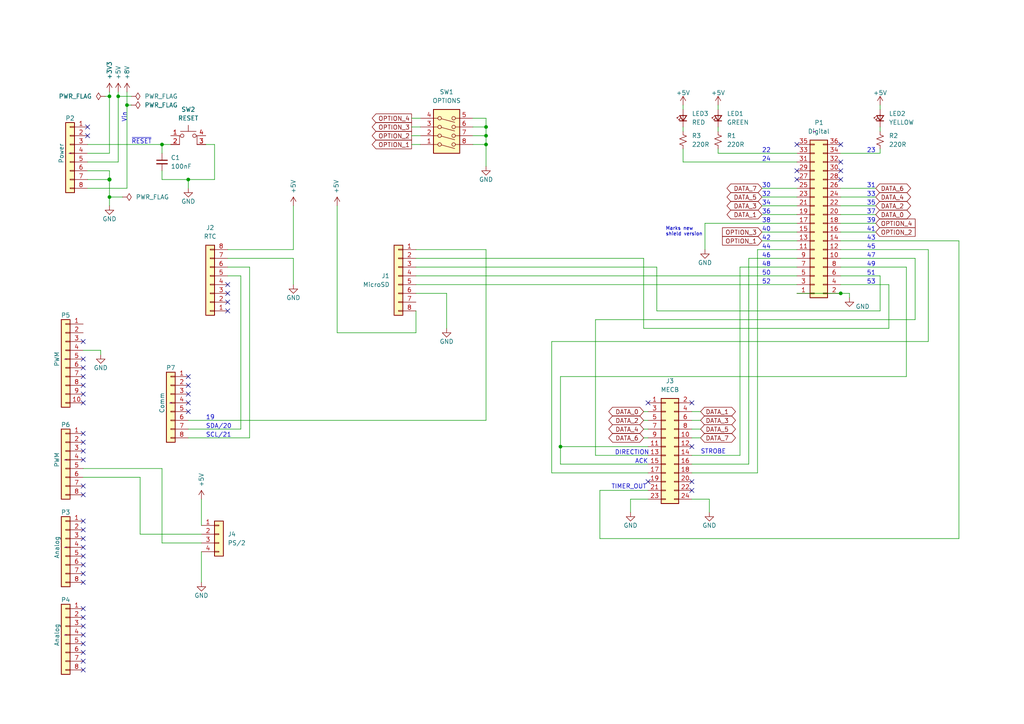
<source format=kicad_sch>
(kicad_sch (version 20231120) (generator "eeschema") (generator_version "8.0")
  (paper "A4")
  (title_block (title "MECB SD Shield rev. 1") (date "2023-10-12") (rev "1"))
  (lib_symbols
    (symbol "Connector_Generic:Conn_01x04" (pin_names (offset 1.016) hide)
      (property "Reference" "J" (at 0 5.08 0))
      (property "Value" "Conn_01x04" (at 0 -7.62 0))
      (symbol "Conn_01x04_1_1"
        (rectangle (start -1.27 -4.953) (end 0 -5.207) (stroke (width 0.1524)))
        (rectangle (start -1.27 -2.413) (end 0 -2.667) (stroke (width 0.1524)))
        (rectangle (start -1.27 0.127) (end 0 -0.127) (stroke (width 0.1524)))
        (rectangle (start -1.27 2.667) (end 0 2.413) (stroke (width 0.1524)))
        (rectangle (start -1.27 3.81) (end 1.27 -6.35) (stroke (width 0.254)) (fill (type background)))
        (pin passive line (at -5.08 2.54 0) (length 3.81) (name "Pin_1") (number "1"))
        (pin passive line (at -5.08 0 0) (length 3.81) (name "Pin_2") (number "2"))
        (pin passive line (at -5.08 -2.54 0) (length 3.81) (name "Pin_3") (number "3"))
        (pin passive line (at -5.08 -5.08 0) (length 3.81) (name "Pin_4") (number "4"))
      )
    )
    (symbol "Connector_Generic:Conn_01x08" (pin_names (offset 1.016) hide)
      (property "Reference" "J" (at 0 10.16 0))
      (property "Value" "Conn_01x08" (at 0 -12.7 0))
      (symbol "Conn_01x08_1_1"
        (rectangle (start -1.27 -10.033) (end 0 -10.287) (stroke (width 0.1524)))
        (rectangle (start -1.27 -7.493) (end 0 -7.747) (stroke (width 0.1524)))
        (rectangle (start -1.27 -4.953) (end 0 -5.207) (stroke (width 0.1524)))
        (rectangle (start -1.27 -2.413) (end 0 -2.667) (stroke (width 0.1524)))
        (rectangle (start -1.27 0.127) (end 0 -0.127) (stroke (width 0.1524)))
        (rectangle (start -1.27 2.667) (end 0 2.413) (stroke (width 0.1524)))
        (rectangle (start -1.27 5.207) (end 0 4.953) (stroke (width 0.1524)))
        (rectangle (start -1.27 7.747) (end 0 7.493) (stroke (width 0.1524)))
        (rectangle (start -1.27 8.89) (end 1.27 -11.43) (stroke (width 0.254)) (fill (type background)))
        (pin passive line (at -5.08 7.62 0) (length 3.81) (name "Pin_1") (number "1"))
        (pin passive line (at -5.08 5.08 0) (length 3.81) (name "Pin_2") (number "2"))
        (pin passive line (at -5.08 2.54 0) (length 3.81) (name "Pin_3") (number "3"))
        (pin passive line (at -5.08 0 0) (length 3.81) (name "Pin_4") (number "4"))
        (pin passive line (at -5.08 -2.54 0) (length 3.81) (name "Pin_5") (number "5"))
        (pin passive line (at -5.08 -5.08 0) (length 3.81) (name "Pin_6") (number "6"))
        (pin passive line (at -5.08 -7.62 0) (length 3.81) (name "Pin_7") (number "7"))
        (pin passive line (at -5.08 -10.16 0) (length 3.81) (name "Pin_8") (number "8"))
      )
    )
    (symbol "Connector_Generic:Conn_01x10" (pin_names (offset 1.016) hide)
      (property "Reference" "J" (at 0 12.7 0))
      (property "Value" "Conn_01x10" (at 0 -15.24 0))
      (symbol "Conn_01x10_1_1"
        (rectangle (start -1.27 -12.573) (end 0 -12.827) (stroke (width 0.1524)))
        (rectangle (start -1.27 -10.033) (end 0 -10.287) (stroke (width 0.1524)))
        (rectangle (start -1.27 -7.493) (end 0 -7.747) (stroke (width 0.1524)))
        (rectangle (start -1.27 -4.953) (end 0 -5.207) (stroke (width 0.1524)))
        (rectangle (start -1.27 -2.413) (end 0 -2.667) (stroke (width 0.1524)))
        (rectangle (start -1.27 0.127) (end 0 -0.127) (stroke (width 0.1524)))
        (rectangle (start -1.27 2.667) (end 0 2.413) (stroke (width 0.1524)))
        (rectangle (start -1.27 5.207) (end 0 4.953) (stroke (width 0.1524)))
        (rectangle (start -1.27 7.747) (end 0 7.493) (stroke (width 0.1524)))
        (rectangle (start -1.27 10.287) (end 0 10.033) (stroke (width 0.1524)))
        (rectangle (start -1.27 11.43) (end 1.27 -13.97) (stroke (width 0.254)) (fill (type background)))
        (pin passive line (at -5.08 10.16 0) (length 3.81) (name "Pin_1") (number "1"))
        (pin passive line (at -5.08 -12.7 0) (length 3.81) (name "Pin_10") (number "10"))
        (pin passive line (at -5.08 7.62 0) (length 3.81) (name "Pin_2") (number "2"))
        (pin passive line (at -5.08 5.08 0) (length 3.81) (name "Pin_3") (number "3"))
        (pin passive line (at -5.08 2.54 0) (length 3.81) (name "Pin_4") (number "4"))
        (pin passive line (at -5.08 0 0) (length 3.81) (name "Pin_5") (number "5"))
        (pin passive line (at -5.08 -2.54 0) (length 3.81) (name "Pin_6") (number "6"))
        (pin passive line (at -5.08 -5.08 0) (length 3.81) (name "Pin_7") (number "7"))
        (pin passive line (at -5.08 -7.62 0) (length 3.81) (name "Pin_8") (number "8"))
        (pin passive line (at -5.08 -10.16 0) (length 3.81) (name "Pin_9") (number "9"))
      )
    )
    (symbol "Connector_Generic:Conn_02x12_Odd_Even" (pin_names (offset 1.016) hide)
      (property "Reference" "J" (at 1.27 15.24 0))
      (property "Value" "Conn_02x12_Odd_Even" (at 1.27 -17.78 0))
      (symbol "Conn_02x12_Odd_Even_1_1"
        (rectangle (start -1.27 -15.113) (end 0 -15.367) (stroke (width 0.1524)))
        (rectangle (start -1.27 -12.573) (end 0 -12.827) (stroke (width 0.1524)))
        (rectangle (start -1.27 -10.033) (end 0 -10.287) (stroke (width 0.1524)))
        (rectangle (start -1.27 -7.493) (end 0 -7.747) (stroke (width 0.1524)))
        (rectangle (start -1.27 -4.953) (end 0 -5.207) (stroke (width 0.1524)))
        (rectangle (start -1.27 -2.413) (end 0 -2.667) (stroke (width 0.1524)))
        (rectangle (start -1.27 0.127) (end 0 -0.127) (stroke (width 0.1524)))
        (rectangle (start -1.27 2.667) (end 0 2.413) (stroke (width 0.1524)))
        (rectangle (start -1.27 5.207) (end 0 4.953) (stroke (width 0.1524)))
        (rectangle (start -1.27 7.747) (end 0 7.493) (stroke (width 0.1524)))
        (rectangle (start -1.27 10.287) (end 0 10.033) (stroke (width 0.1524)))
        (rectangle (start -1.27 12.827) (end 0 12.573) (stroke (width 0.1524)))
        (rectangle (start -1.27 13.97) (end 3.81 -16.51) (stroke (width 0.254)) (fill (type background)))
        (rectangle (start 3.81 -15.113) (end 2.54 -15.367) (stroke (width 0.1524)))
        (rectangle (start 3.81 -12.573) (end 2.54 -12.827) (stroke (width 0.1524)))
        (rectangle (start 3.81 -10.033) (end 2.54 -10.287) (stroke (width 0.1524)))
        (rectangle (start 3.81 -7.493) (end 2.54 -7.747) (stroke (width 0.1524)))
        (rectangle (start 3.81 -4.953) (end 2.54 -5.207) (stroke (width 0.1524)))
        (rectangle (start 3.81 -2.413) (end 2.54 -2.667) (stroke (width 0.1524)))
        (rectangle (start 3.81 0.127) (end 2.54 -0.127) (stroke (width 0.1524)))
        (rectangle (start 3.81 2.667) (end 2.54 2.413) (stroke (width 0.1524)))
        (rectangle (start 3.81 5.207) (end 2.54 4.953) (stroke (width 0.1524)))
        (rectangle (start 3.81 7.747) (end 2.54 7.493) (stroke (width 0.1524)))
        (rectangle (start 3.81 10.287) (end 2.54 10.033) (stroke (width 0.1524)))
        (rectangle (start 3.81 12.827) (end 2.54 12.573) (stroke (width 0.1524)))
        (pin passive line (at -5.08 12.7 0) (length 3.81) (name "Pin_1") (number "1"))
        (pin passive line (at 7.62 2.54 180) (length 3.81) (name "Pin_10") (number "10"))
        (pin passive line (at -5.08 0 0) (length 3.81) (name "Pin_11") (number "11"))
        (pin passive line (at 7.62 0 180) (length 3.81) (name "Pin_12") (number "12"))
        (pin passive line (at -5.08 -2.54 0) (length 3.81) (name "Pin_13") (number "13"))
        (pin passive line (at 7.62 -2.54 180) (length 3.81) (name "Pin_14") (number "14"))
        (pin passive line (at -5.08 -5.08 0) (length 3.81) (name "Pin_15") (number "15"))
        (pin passive line (at 7.62 -5.08 180) (length 3.81) (name "Pin_16") (number "16"))
        (pin passive line (at -5.08 -7.62 0) (length 3.81) (name "Pin_17") (number "17"))
        (pin passive line (at 7.62 -7.62 180) (length 3.81) (name "Pin_18") (number "18"))
        (pin passive line (at -5.08 -10.16 0) (length 3.81) (name "Pin_19") (number "19"))
        (pin passive line (at 7.62 12.7 180) (length 3.81) (name "Pin_2") (number "2"))
        (pin passive line (at 7.62 -10.16 180) (length 3.81) (name "Pin_20") (number "20"))
        (pin passive line (at -5.08 -12.7 0) (length 3.81) (name "Pin_21") (number "21"))
        (pin passive line (at 7.62 -12.7 180) (length 3.81) (name "Pin_22") (number "22"))
        (pin passive line (at -5.08 -15.24 0) (length 3.81) (name "Pin_23") (number "23"))
        (pin passive line (at 7.62 -15.24 180) (length 3.81) (name "Pin_24") (number "24"))
        (pin passive line (at -5.08 10.16 0) (length 3.81) (name "Pin_3") (number "3"))
        (pin passive line (at 7.62 10.16 180) (length 3.81) (name "Pin_4") (number "4"))
        (pin passive line (at -5.08 7.62 0) (length 3.81) (name "Pin_5") (number "5"))
        (pin passive line (at 7.62 7.62 180) (length 3.81) (name "Pin_6") (number "6"))
        (pin passive line (at -5.08 5.08 0) (length 3.81) (name "Pin_7") (number "7"))
        (pin passive line (at 7.62 5.08 180) (length 3.81) (name "Pin_8") (number "8"))
        (pin passive line (at -5.08 2.54 0) (length 3.81) (name "Pin_9") (number "9"))
      )
    )
    (symbol "Connector_Generic:Conn_02x18_Odd_Even" (pin_names (offset 1.016) hide)
      (property "Reference" "J" (at 1.27 22.86 0))
      (property "Value" "Conn_02x18_Odd_Even" (at 1.27 -25.4 0))
      (symbol "Conn_02x18_Odd_Even_1_1"
        (rectangle (start -1.27 -22.733) (end 0 -22.987) (stroke (width 0.1524)))
        (rectangle (start -1.27 -20.193) (end 0 -20.447) (stroke (width 0.1524)))
        (rectangle (start -1.27 -17.653) (end 0 -17.907) (stroke (width 0.1524)))
        (rectangle (start -1.27 -15.113) (end 0 -15.367) (stroke (width 0.1524)))
        (rectangle (start -1.27 -12.573) (end 0 -12.827) (stroke (width 0.1524)))
        (rectangle (start -1.27 -10.033) (end 0 -10.287) (stroke (width 0.1524)))
        (rectangle (start -1.27 -7.493) (end 0 -7.747) (stroke (width 0.1524)))
        (rectangle (start -1.27 -4.953) (end 0 -5.207) (stroke (width 0.1524)))
        (rectangle (start -1.27 -2.413) (end 0 -2.667) (stroke (width 0.1524)))
        (rectangle (start -1.27 0.127) (end 0 -0.127) (stroke (width 0.1524)))
        (rectangle (start -1.27 2.667) (end 0 2.413) (stroke (width 0.1524)))
        (rectangle (start -1.27 5.207) (end 0 4.953) (stroke (width 0.1524)))
        (rectangle (start -1.27 7.747) (end 0 7.493) (stroke (width 0.1524)))
        (rectangle (start -1.27 10.287) (end 0 10.033) (stroke (width 0.1524)))
        (rectangle (start -1.27 12.827) (end 0 12.573) (stroke (width 0.1524)))
        (rectangle (start -1.27 15.367) (end 0 15.113) (stroke (width 0.1524)))
        (rectangle (start -1.27 17.907) (end 0 17.653) (stroke (width 0.1524)))
        (rectangle (start -1.27 20.447) (end 0 20.193) (stroke (width 0.1524)))
        (rectangle (start -1.27 21.59) (end 3.81 -24.13) (stroke (width 0.254)) (fill (type background)))
        (rectangle (start 3.81 -22.733) (end 2.54 -22.987) (stroke (width 0.1524)))
        (rectangle (start 3.81 -20.193) (end 2.54 -20.447) (stroke (width 0.1524)))
        (rectangle (start 3.81 -17.653) (end 2.54 -17.907) (stroke (width 0.1524)))
        (rectangle (start 3.81 -15.113) (end 2.54 -15.367) (stroke (width 0.1524)))
        (rectangle (start 3.81 -12.573) (end 2.54 -12.827) (stroke (width 0.1524)))
        (rectangle (start 3.81 -10.033) (end 2.54 -10.287) (stroke (width 0.1524)))
        (rectangle (start 3.81 -7.493) (end 2.54 -7.747) (stroke (width 0.1524)))
        (rectangle (start 3.81 -4.953) (end 2.54 -5.207) (stroke (width 0.1524)))
        (rectangle (start 3.81 -2.413) (end 2.54 -2.667) (stroke (width 0.1524)))
        (rectangle (start 3.81 0.127) (end 2.54 -0.127) (stroke (width 0.1524)))
        (rectangle (start 3.81 2.667) (end 2.54 2.413) (stroke (width 0.1524)))
        (rectangle (start 3.81 5.207) (end 2.54 4.953) (stroke (width 0.1524)))
        (rectangle (start 3.81 7.747) (end 2.54 7.493) (stroke (width 0.1524)))
        (rectangle (start 3.81 10.287) (end 2.54 10.033) (stroke (width 0.1524)))
        (rectangle (start 3.81 12.827) (end 2.54 12.573) (stroke (width 0.1524)))
        (rectangle (start 3.81 15.367) (end 2.54 15.113) (stroke (width 0.1524)))
        (rectangle (start 3.81 17.907) (end 2.54 17.653) (stroke (width 0.1524)))
        (rectangle (start 3.81 20.447) (end 2.54 20.193) (stroke (width 0.1524)))
        (pin passive line (at -5.08 20.32 0) (length 3.81) (name "Pin_1") (number "1"))
        (pin passive line (at 7.62 10.16 180) (length 3.81) (name "Pin_10") (number "10"))
        (pin passive line (at -5.08 7.62 0) (length 3.81) (name "Pin_11") (number "11"))
        (pin passive line (at 7.62 7.62 180) (length 3.81) (name "Pin_12") (number "12"))
        (pin passive line (at -5.08 5.08 0) (length 3.81) (name "Pin_13") (number "13"))
        (pin passive line (at 7.62 5.08 180) (length 3.81) (name "Pin_14") (number "14"))
        (pin passive line (at -5.08 2.54 0) (length 3.81) (name "Pin_15") (number "15"))
        (pin passive line (at 7.62 2.54 180) (length 3.81) (name "Pin_16") (number "16"))
        (pin passive line (at -5.08 0 0) (length 3.81) (name "Pin_17") (number "17"))
        (pin passive line (at 7.62 0 180) (length 3.81) (name "Pin_18") (number "18"))
        (pin passive line (at -5.08 -2.54 0) (length 3.81) (name "Pin_19") (number "19"))
        (pin passive line (at 7.62 20.32 180) (length 3.81) (name "Pin_2") (number "2"))
        (pin passive line (at 7.62 -2.54 180) (length 3.81) (name "Pin_20") (number "20"))
        (pin passive line (at -5.08 -5.08 0) (length 3.81) (name "Pin_21") (number "21"))
        (pin passive line (at 7.62 -5.08 180) (length 3.81) (name "Pin_22") (number "22"))
        (pin passive line (at -5.08 -7.62 0) (length 3.81) (name "Pin_23") (number "23"))
        (pin passive line (at 7.62 -7.62 180) (length 3.81) (name "Pin_24") (number "24"))
        (pin passive line (at -5.08 -10.16 0) (length 3.81) (name "Pin_25") (number "25"))
        (pin passive line (at 7.62 -10.16 180) (length 3.81) (name "Pin_26") (number "26"))
        (pin passive line (at -5.08 -12.7 0) (length 3.81) (name "Pin_27") (number "27"))
        (pin passive line (at 7.62 -12.7 180) (length 3.81) (name "Pin_28") (number "28"))
        (pin passive line (at -5.08 -15.24 0) (length 3.81) (name "Pin_29") (number "29"))
        (pin passive line (at -5.08 17.78 0) (length 3.81) (name "Pin_3") (number "3"))
        (pin passive line (at 7.62 -15.24 180) (length 3.81) (name "Pin_30") (number "30"))
        (pin passive line (at -5.08 -17.78 0) (length 3.81) (name "Pin_31") (number "31"))
        (pin passive line (at 7.62 -17.78 180) (length 3.81) (name "Pin_32") (number "32"))
        (pin passive line (at -5.08 -20.32 0) (length 3.81) (name "Pin_33") (number "33"))
        (pin passive line (at 7.62 -20.32 180) (length 3.81) (name "Pin_34") (number "34"))
        (pin passive line (at -5.08 -22.86 0) (length 3.81) (name "Pin_35") (number "35"))
        (pin passive line (at 7.62 -22.86 180) (length 3.81) (name "Pin_36") (number "36"))
        (pin passive line (at 7.62 17.78 180) (length 3.81) (name "Pin_4") (number "4"))
        (pin passive line (at -5.08 15.24 0) (length 3.81) (name "Pin_5") (number "5"))
        (pin passive line (at 7.62 15.24 180) (length 3.81) (name "Pin_6") (number "6"))
        (pin passive line (at -5.08 12.7 0) (length 3.81) (name "Pin_7") (number "7"))
        (pin passive line (at 7.62 12.7 180) (length 3.81) (name "Pin_8") (number "8"))
        (pin passive line (at -5.08 10.16 0) (length 3.81) (name "Pin_9") (number "9"))
      )
    )
    (symbol "Device:C_Small" (pin_numbers hide) (pin_names (offset 0.254) hide)
      (property "Reference" "C" (at 0.254 1.778 0))
      (property "Value" "C_Small" (at 0.254 -2.032 0))
      (symbol "C_Small_0_1"
        (polyline (pts (xy -1.524 -0.508) (xy 1.524 -0.508)) (stroke (width 0.3302)))
        (polyline (pts (xy -1.524 0.508) (xy 1.524 0.508)) (stroke (width 0.3048)))
      )
      (symbol "C_Small_1_1"
        (pin passive line (at 0 2.54 270) (length 2.032) (name "~") (number "1"))
        (pin passive line (at 0 -2.54 90) (length 2.032) (name "~") (number "2"))
      )
    )
    (symbol "Device:LED_Small" (pin_numbers hide) (pin_names (offset 0.254) hide)
      (property "Reference" "D" (at -1.27 3.175 0))
      (property "Value" "LED_Small" (at -4.445 -2.54 0))
      (symbol "LED_Small_0_1"
        (polyline (pts (xy -0.762 -1.016) (xy -0.762 1.016)) (stroke (width 0.254)))
        (polyline (pts (xy 1.016 0) (xy -0.762 0)))
        (polyline (pts (xy 0.762 -1.016) (xy -0.762 0) (xy 0.762 1.016) (xy 0.762 -1.016)) (stroke (width 0.254)))
        (polyline (pts (xy 0 0.762) (xy -0.508 1.27) (xy -0.254 1.27) (xy -0.508 1.27) (xy -0.508 1.016)))
        (polyline (pts (xy 0.508 1.27) (xy 0 1.778) (xy 0.254 1.778) (xy 0 1.778) (xy 0 1.524)))
      )
      (symbol "LED_Small_1_1"
        (pin passive line (at -2.54 0 0) (length 1.778) (name "K") (number "1"))
        (pin passive line (at 2.54 0 180) (length 1.778) (name "A") (number "2"))
      )
    )
    (symbol "Device:R_Small_US" (pin_numbers hide) (pin_names (offset 0.254) hide)
      (property "Reference" "R" (at 0.762 0.508 0))
      (property "Value" "R_Small_US" (at 0.762 -1.016 0))
      (symbol "R_Small_US_1_1"
        (polyline (pts (xy 0 0) (xy 1.016 -0.381) (xy 0 -0.762) (xy -1.016 -1.143) (xy 0 -1.524)))
        (polyline (pts (xy 0 1.524) (xy 1.016 1.143) (xy 0 0.762) (xy -1.016 0.381) (xy 0 0)))
        (pin passive line (at 0 2.54 270) (length 1.016) (name "~") (number "1"))
        (pin passive line (at 0 -2.54 90) (length 1.016) (name "~") (number "2"))
      )
    )
    (symbol "Switch:SW_DIP_x04" (pin_names (offset 0) hide)
      (property "Reference" "SW" (at 0 8.89 0))
      (property "Value" "SW_DIP_x04" (at 0 -6.35 0))
      (symbol "SW_DIP_x04_0_0"
        (circle (center -2.032 -2.54) (radius 0.508))
        (circle (center -2.032 0) (radius 0.508))
        (circle (center -2.032 2.54) (radius 0.508))
        (circle (center -2.032 5.08) (radius 0.508))
        (polyline (pts (xy -1.524 -2.3876) (xy 2.3622 -1.3462)))
        (polyline (pts (xy -1.524 0.127) (xy 2.3622 1.1684)))
        (polyline (pts (xy -1.524 2.667) (xy 2.3622 3.7084)))
        (polyline (pts (xy -1.524 5.207) (xy 2.3622 6.2484)))
        (circle (center 2.032 -2.54) (radius 0.508))
        (circle (center 2.032 0) (radius 0.508))
        (circle (center 2.032 2.54) (radius 0.508))
        (circle (center 2.032 5.08) (radius 0.508))
      )
      (symbol "SW_DIP_x04_0_1"
        (rectangle (start -3.81 7.62) (end 3.81 -5.08) (stroke (width 0.254)) (fill (type background)))
      )
      (symbol "SW_DIP_x04_1_1"
        (pin passive line (at -7.62 5.08 0) (length 5.08) (name "~") (number "1"))
        (pin passive line (at -7.62 2.54 0) (length 5.08) (name "~") (number "2"))
        (pin passive line (at -7.62 0 0) (length 5.08) (name "~") (number "3"))
        (pin passive line (at -7.62 -2.54 0) (length 5.08) (name "~") (number "4"))
        (pin passive line (at 7.62 -2.54 180) (length 5.08) (name "~") (number "5"))
        (pin passive line (at 7.62 0 180) (length 5.08) (name "~") (number "6"))
        (pin passive line (at 7.62 2.54 180) (length 5.08) (name "~") (number "7"))
        (pin passive line (at 7.62 5.08 180) (length 5.08) (name "~") (number "8"))
      )
    )
    (symbol "Switch:SW_MEC_5E" (pin_names (offset 1.016) hide)
      (property "Reference" "SW" (at 0.635 5.715 0))
      (property "Value" "SW_MEC_5E" (at 0 -3.175 0))
      (symbol "SW_MEC_5E_0_1"
        (circle (center -1.778 2.54) (radius 0.508))
        (polyline (pts (xy -2.286 3.81) (xy 2.286 3.81)))
        (polyline (pts (xy 0 3.81) (xy 0 5.588)))
        (polyline (pts (xy -2.54 0) (xy -2.54 2.54) (xy -2.286 2.54)))
        (polyline (pts (xy 2.54 0) (xy 2.54 2.54) (xy 2.286 2.54)))
        (circle (center 1.778 2.54) (radius 0.508))
        (pin passive line (at -5.08 2.54 0) (length 2.54) (name "1") (number "1"))
        (pin passive line (at -5.08 0 0) (length 2.54) (name "2") (number "2"))
        (pin passive line (at 5.08 0 180) (length 2.54) (name "K") (number "3"))
        (pin passive line (at 5.08 2.54 180) (length 2.54) (name "A") (number "4"))
      )
    )
    (symbol "power:+3V3" (power) (pin_names (offset 0))
      (property "Value" "+3V3" (at 0 3.556 0))
      (symbol "+3V3_0_1"
        (polyline (pts (xy -0.762 1.27) (xy 0 2.54)))
        (polyline (pts (xy 0 0) (xy 0 2.54)))
        (polyline (pts (xy 0 2.54) (xy 0.762 1.27)))
      )
      (symbol "+3V3_1_1"
        (pin power_in line (at 0 0 90) (length 0) hide (name "+3V3") (number "1"))
      )
    )
    (symbol "power:+5V" (power) (pin_names (offset 0))
      (property "Value" "+5V" (at 0 3.556 0))
      (symbol "+5V_0_1"
        (polyline (pts (xy -0.762 1.27) (xy 0 2.54)))
        (polyline (pts (xy 0 0) (xy 0 2.54)))
        (polyline (pts (xy 0 2.54) (xy 0.762 1.27)))
      )
      (symbol "+5V_1_1"
        (pin power_in line (at 0 0 90) (length 0) hide (name "+5V") (number "1"))
      )
    )
    (symbol "power:+8V" (power) (pin_names (offset 0))
      (property "Value" "+8V" (at 0 3.556 0))
      (symbol "+8V_0_1"
        (polyline (pts (xy -0.762 1.27) (xy 0 2.54)))
        (polyline (pts (xy 0 0) (xy 0 2.54)))
        (polyline (pts (xy 0 2.54) (xy 0.762 1.27)))
      )
      (symbol "+8V_1_1"
        (pin power_in line (at 0 0 90) (length 0) hide (name "+8V") (number "1"))
      )
    )
    (symbol "power:GND" (power) (pin_names (offset 0))
      (property "Value" "GND" (at 0 -3.81 0))
      (symbol "GND_0_1"
        (polyline (pts (xy 0 0) (xy 0 -1.27) (xy 1.27 -1.27) (xy 0 -2.54) (xy -1.27 -1.27) (xy 0 -1.27)))
      )
      (symbol "GND_1_1"
        (pin power_in line (at 0 0 270) (length 0) hide (name "GND") (number "1"))
      )
    )
    (symbol "power:PWR_FLAG" (power) (pin_numbers hide) (pin_names (offset 0) hide)
      (property "Value" "PWR_FLAG" (at 0 3.81 0))
      (symbol "PWR_FLAG_0_0"
        (pin power_out line (at 0 0 90) (length 0) (name "pwr") (number "1"))
      )
      (symbol "PWR_FLAG_0_1"
        (polyline (pts (xy 0 0) (xy 0 1.27) (xy -1.016 1.905) (xy 0 2.54) (xy 1.016 1.905) (xy 0 1.27)))
      )
    )
  )
  (junction (at 243.84 85.09))
  (junction (at 54.61 52.07))
  (junction (at 31.75 52.07) (diameter 1.016))
  (junction (at 140.97 41.91))
  (junction (at 36.83 30.48))
  (junction (at 140.97 39.37))
  (junction (at 46.99 41.91))
  (junction (at 34.29 27.94))
  (junction (at 31.75 27.94))
  (junction (at 140.97 36.83))
  (junction (at 162.56 129.54))
  (junction (at 31.75 57.15))
  (no_connect (at 24.13 181.61))
  (no_connect (at 24.13 111.76))
  (no_connect (at 66.04 90.17))
  (no_connect (at 54.61 111.76))
  (no_connect (at 24.13 153.67))
  (no_connect (at 200.66 116.84))
  (no_connect (at 54.61 119.38))
  (no_connect (at 200.66 129.54))
  (no_connect (at 24.13 168.91))
  (no_connect (at 243.84 49.53))
  (no_connect (at 24.13 104.14))
  (no_connect (at 24.13 143.51))
  (no_connect (at 200.66 142.24))
  (no_connect (at 66.04 87.63))
  (no_connect (at 66.04 85.09))
  (no_connect (at 24.13 140.97))
  (no_connect (at 24.13 114.3))
  (no_connect (at 24.13 156.21))
  (no_connect (at 24.13 176.53))
  (no_connect (at 24.13 125.73))
  (no_connect (at 200.66 139.7))
  (no_connect (at 24.13 184.15))
  (no_connect (at 54.61 109.22))
  (no_connect (at 24.13 166.37))
  (no_connect (at 187.96 139.7))
  (no_connect (at 24.13 106.68))
  (no_connect (at 231.14 41.91))
  (no_connect (at 24.13 186.69))
  (no_connect (at 24.13 151.13))
  (no_connect (at 24.13 133.35))
  (no_connect (at 24.13 161.29))
  (no_connect (at 24.13 158.75))
  (no_connect (at 25.4 39.37))
  (no_connect (at 66.04 82.55))
  (no_connect (at 24.13 116.84))
  (no_connect (at 54.61 116.84))
  (no_connect (at 24.13 130.81))
  (no_connect (at 231.14 52.07))
  (no_connect (at 24.13 191.77))
  (no_connect (at 25.4 36.83))
  (no_connect (at 24.13 109.22))
  (no_connect (at 187.96 116.84))
  (no_connect (at 24.13 179.07))
  (no_connect (at 54.61 114.3))
  (no_connect (at 243.84 52.07))
  (no_connect (at 24.13 194.31))
  (no_connect (at 243.84 41.91))
  (no_connect (at 231.14 49.53))
  (no_connect (at 24.13 99.06))
  (no_connect (at 243.84 46.99))
  (no_connect (at 24.13 189.23))
  (no_connect (at 24.13 128.27))
  (no_connect (at 24.13 163.83))
  (wire (pts (xy 54.61 124.46) (xy 69.85 124.46)))
  (wire (pts (xy 40.64 138.43) (xy 40.64 154.94)))
  (wire (pts (xy 243.84 85.09) (xy 246.38 85.09)))
  (wire (pts (xy 30.48 27.94) (xy 31.75 27.94)))
  (wire (pts (xy 200.66 121.92) (xy 203.2 121.92)))
  (wire (pts (xy 40.64 154.94) (xy 58.42 154.94)))
  (wire (pts (xy 46.99 157.48) (xy 58.42 157.48)))
  (wire (pts (xy 255.27 36.83) (xy 255.27 38.1)))
  (wire (pts (xy 24.13 135.89) (xy 46.99 135.89)))
  (wire (pts (xy 220.98 67.31) (xy 231.14 67.31)))
  (wire (pts (xy 62.23 41.91) (xy 62.23 52.07)))
  (wire (pts (xy 46.99 52.07) (xy 46.99 49.53)))
  (wire (pts (xy 66.04 74.93) (xy 85.09 74.93)))
  (wire (pts (xy 31.75 26.67) (xy 31.75 27.94)))
  (wire (pts (xy 172.72 132.08) (xy 172.72 92.71)))
  (wire (pts (xy 162.56 129.54) (xy 187.96 129.54)))
  (wire (pts (xy 119.38 39.37) (xy 121.92 39.37)))
  (wire (pts (xy 66.04 80.01) (xy 69.85 80.01)))
  (wire (pts (xy 137.16 34.29) (xy 140.97 34.29)))
  (wire (pts (xy 31.75 49.53) (xy 31.75 52.07)))
  (wire (pts (xy 200.66 132.08) (xy 214.63 132.08)))
  (wire (pts (xy 187.96 132.08) (xy 172.72 132.08)))
  (wire (pts (xy 200.66 144.78) (xy 205.74 144.78)))
  (wire (pts (xy 243.84 62.23) (xy 254 62.23)))
  (wire (pts (xy 255.27 30.48) (xy 255.27 31.75)))
  (wire (pts (xy 220.98 57.15) (xy 231.14 57.15)))
  (wire (pts (xy 120.65 90.17) (xy 120.65 96.52)))
  (wire (pts (xy 208.28 44.45) (xy 231.14 44.45)))
  (wire (pts (xy 140.97 39.37) (xy 140.97 41.91)))
  (wire (pts (xy 31.75 52.07) (xy 31.75 57.15)))
  (wire (pts (xy 120.65 80.01) (xy 231.14 80.01)))
  (wire (pts (xy 140.97 34.29) (xy 140.97 36.83)))
  (wire (pts (xy 173.99 142.24) (xy 187.96 142.24)))
  (wire (pts (xy 208.28 43.18) (xy 208.28 44.45)))
  (wire (pts (xy 25.4 44.45) (xy 31.75 44.45)))
  (wire (pts (xy 220.98 69.85) (xy 231.14 69.85)))
  (wire (pts (xy 25.4 46.99) (xy 34.29 46.99)))
  (wire (pts (xy 243.84 59.69) (xy 254 59.69)))
  (wire (pts (xy 34.29 26.67) (xy 34.29 27.94)))
  (wire (pts (xy 186.69 95.25) (xy 186.69 74.93)))
  (wire (pts (xy 200.66 119.38) (xy 203.2 119.38)))
  (wire (pts (xy 205.74 144.78) (xy 205.74 148.59)))
  (wire (pts (xy 217.17 74.93) (xy 217.17 134.62)))
  (wire (pts (xy 66.04 72.39) (xy 85.09 72.39)))
  (wire (pts (xy 182.88 144.78) (xy 187.96 144.78)))
  (wire (pts (xy 140.97 41.91) (xy 140.97 48.26)))
  (wire (pts (xy 66.04 77.47) (xy 72.39 77.47)))
  (wire (pts (xy 59.69 41.91) (xy 62.23 41.91)))
  (wire (pts (xy 34.29 27.94) (xy 38.1 27.94)))
  (wire (pts (xy 208.28 30.48) (xy 208.28 31.75)))
  (wire (pts (xy 187.96 137.16) (xy 160.02 137.16)))
  (wire (pts (xy 187.96 134.62) (xy 162.56 134.62)))
  (wire (pts (xy 24.13 138.43) (xy 40.64 138.43)))
  (wire (pts (xy 246.38 85.09) (xy 246.38 86.36)))
  (wire (pts (xy 46.99 41.91) (xy 46.99 44.45)))
  (wire (pts (xy 255.27 44.45) (xy 255.27 43.18)))
  (wire (pts (xy 160.02 99.06) (xy 269.24 99.06)))
  (wire (pts (xy 186.69 95.25) (xy 257.81 95.25)))
  (wire (pts (xy 54.61 121.92) (xy 140.97 121.92)))
  (wire (pts (xy 162.56 109.22) (xy 162.56 129.54)))
  (wire (pts (xy 200.66 127) (xy 203.2 127)))
  (wire (pts (xy 208.28 36.83) (xy 208.28 38.1)))
  (wire (pts (xy 220.98 59.69) (xy 231.14 59.69)))
  (wire (pts (xy 255.27 80.01) (xy 255.27 90.17)))
  (wire (pts (xy 97.79 59.69) (xy 97.79 96.52)))
  (wire (pts (xy 140.97 121.92) (xy 140.97 72.39)))
  (wire (pts (xy 182.88 144.78) (xy 182.88 148.59)))
  (wire (pts (xy 243.84 74.93) (xy 265.43 74.93)))
  (wire (pts (xy 190.5 90.17) (xy 190.5 77.47)))
  (wire (pts (xy 120.65 85.09) (xy 129.54 85.09)))
  (wire (pts (xy 54.61 52.07) (xy 54.61 54.61)))
  (wire (pts (xy 220.98 54.61) (xy 231.14 54.61)))
  (wire (pts (xy 243.84 72.39) (xy 269.24 72.39)))
  (wire (pts (xy 243.84 54.61) (xy 254 54.61)))
  (wire (pts (xy 243.84 77.47) (xy 262.89 77.47)))
  (wire (pts (xy 198.12 46.99) (xy 231.14 46.99)))
  (wire (pts (xy 173.99 156.21) (xy 173.99 142.24)))
  (wire (pts (xy 198.12 36.83) (xy 198.12 38.1)))
  (wire (pts (xy 31.75 57.15) (xy 35.56 57.15)))
  (wire (pts (xy 214.63 77.47) (xy 214.63 132.08)))
  (wire (pts (xy 243.84 69.85) (xy 278.13 69.85)))
  (wire (pts (xy 140.97 36.83) (xy 140.97 39.37)))
  (wire (pts (xy 243.84 67.31) (xy 254 67.31)))
  (wire (pts (xy 36.83 30.48) (xy 36.83 26.67)))
  (wire (pts (xy 198.12 46.99) (xy 198.12 43.18)))
  (wire (pts (xy 186.69 121.92) (xy 187.96 121.92)))
  (wire (pts (xy 36.83 30.48) (xy 38.1 30.48)))
  (wire (pts (xy 186.69 124.46) (xy 187.96 124.46)))
  (wire (pts (xy 62.23 52.07) (xy 54.61 52.07)))
  (wire (pts (xy 29.21 101.6) (xy 29.21 102.87)))
  (wire (pts (xy 217.17 74.93) (xy 231.14 74.93)))
  (wire (pts (xy 58.42 144.78) (xy 58.42 152.4)))
  (wire (pts (xy 120.65 96.52) (xy 97.79 96.52)))
  (wire (pts (xy 231.14 85.09) (xy 243.84 85.09)))
  (wire (pts (xy 198.12 30.48) (xy 198.12 31.75)))
  (wire (pts (xy 278.13 156.21) (xy 173.99 156.21)))
  (wire (pts (xy 162.56 129.54) (xy 162.56 134.62)))
  (wire (pts (xy 186.69 119.38) (xy 187.96 119.38)))
  (wire (pts (xy 137.16 39.37) (xy 140.97 39.37)))
  (wire (pts (xy 54.61 127) (xy 72.39 127)))
  (wire (pts (xy 25.4 41.91) (xy 46.99 41.91)))
  (wire (pts (xy 265.43 74.93) (xy 265.43 92.71)))
  (wire (pts (xy 25.4 52.07) (xy 31.75 52.07)))
  (wire (pts (xy 243.84 80.01) (xy 255.27 80.01)))
  (wire (pts (xy 257.81 95.25) (xy 257.81 82.55)))
  (wire (pts (xy 137.16 41.91) (xy 140.97 41.91)))
  (wire (pts (xy 204.47 64.77) (xy 231.14 64.77)))
  (wire (pts (xy 137.16 36.83) (xy 140.97 36.83)))
  (wire (pts (xy 25.4 54.61) (xy 36.83 54.61)))
  (wire (pts (xy 162.56 109.22) (xy 262.89 109.22)))
  (wire (pts (xy 190.5 90.17) (xy 255.27 90.17)))
  (wire (pts (xy 54.61 52.07) (xy 46.99 52.07)))
  (wire (pts (xy 58.42 160.02) (xy 58.42 168.91)))
  (wire (pts (xy 49.53 41.91) (xy 46.99 41.91)))
  (wire (pts (xy 119.38 36.83) (xy 121.92 36.83)))
  (wire (pts (xy 214.63 77.47) (xy 231.14 77.47)))
  (wire (pts (xy 243.84 57.15) (xy 254 57.15)))
  (wire (pts (xy 172.72 92.71) (xy 265.43 92.71)))
  (wire (pts (xy 46.99 135.89) (xy 46.99 157.48)))
  (wire (pts (xy 200.66 124.46) (xy 203.2 124.46)))
  (wire (pts (xy 85.09 74.93) (xy 85.09 82.55)))
  (wire (pts (xy 120.65 82.55) (xy 231.14 82.55)))
  (wire (pts (xy 24.13 101.6) (xy 29.21 101.6)))
  (wire (pts (xy 243.84 64.77) (xy 254 64.77)))
  (wire (pts (xy 278.13 69.85) (xy 278.13 156.21)))
  (wire (pts (xy 204.47 64.77) (xy 204.47 72.39)))
  (wire (pts (xy 160.02 137.16) (xy 160.02 99.06)))
  (wire (pts (xy 243.84 82.55) (xy 257.81 82.55)))
  (wire (pts (xy 220.98 62.23) (xy 231.14 62.23)))
  (wire (pts (xy 34.29 27.94) (xy 34.29 46.99)))
  (wire (pts (xy 31.75 27.94) (xy 31.75 44.45)))
  (wire (pts (xy 85.09 59.69) (xy 85.09 72.39)))
  (wire (pts (xy 119.38 34.29) (xy 121.92 34.29)))
  (wire (pts (xy 186.69 127) (xy 187.96 127)))
  (wire (pts (xy 119.38 41.91) (xy 121.92 41.91)))
  (wire (pts (xy 120.65 74.93) (xy 186.69 74.93)))
  (wire (pts (xy 31.75 57.15) (xy 31.75 59.69)))
  (wire (pts (xy 243.84 44.45) (xy 255.27 44.45)))
  (wire (pts (xy 200.66 137.16) (xy 219.71 137.16)))
  (wire (pts (xy 72.39 77.47) (xy 72.39 127)))
  (wire (pts (xy 25.4 49.53) (xy 31.75 49.53)))
  (wire (pts (xy 269.24 72.39) (xy 269.24 99.06)))
  (wire (pts (xy 120.65 72.39) (xy 140.97 72.39)))
  (wire (pts (xy 219.71 72.39) (xy 231.14 72.39)))
  (wire (pts (xy 262.89 77.47) (xy 262.89 109.22)))
  (wire (pts (xy 200.66 134.62) (xy 217.17 134.62)))
  (wire (pts (xy 129.54 85.09) (xy 129.54 95.25)))
  (wire (pts (xy 219.71 72.39) (xy 219.71 137.16)))
  (wire (pts (xy 36.83 54.61) (xy 36.83 30.48)))
  (wire (pts (xy 69.85 80.01) (xy 69.85 124.46)))
  (wire (pts (xy 120.65 77.47) (xy 190.5 77.47)))
  (text "24" (at 220.98 46.99 0) (effects (font (size 1.27 1.27)) (justify left bottom)))
  (text "30" (at 220.98 54.61 0) (effects (font (size 1.27 1.27)) (justify left bottom)))
  (text "45" (at 254 72.39 0) (effects (font (size 1.27 1.27)) (justify right bottom)))
  (text "33" (at 254 57.15 0) (effects (font (size 1.27 1.27)) (justify right bottom)))
  (text "49" (at 254 77.47 0) (effects (font (size 1.27 1.27)) (justify right bottom)))
  (text "52" (at 220.98 82.55 0) (effects (font (size 1.27 1.27)) (justify left bottom)))
  (text "TIMER_OUT" (at 177.292 141.986 0) (effects (font (size 1.27 1.27)) (justify left bottom)))
  (text "23" (at 254 44.45 0) (effects (font (size 1.27 1.27)) (justify right bottom)))
  (text "Vin" (at 36.83 35.56 90) (effects (font (size 1.27 1.27)) (justify left bottom)))
  (text "31" (at 254 54.61 0) (effects (font (size 1.27 1.27)) (justify right bottom)))
  (text "38" (at 220.98 64.77 0) (effects (font (size 1.27 1.27)) (justify left bottom)))
  (text "42" (at 220.98 69.85 0) (effects (font (size 1.27 1.27)) (justify left bottom)))
  (text "47" (at 254 74.93 0) (effects (font (size 1.27 1.27)) (justify right bottom)))
  (text "48" (at 220.98 77.47 0) (effects (font (size 1.27 1.27)) (justify left bottom)))
  (text "50" (at 220.98 80.01 0) (effects (font (size 1.27 1.27)) (justify left bottom)))
  (text "22" (at 220.98 44.45 0) (effects (font (size 1.27 1.27)) (justify left bottom)))
  (text "~{RESET}" (at 38.1 41.91 0) (effects (font (size 1.27 1.27)) (justify left bottom)))
  (text "46" (at 220.98 74.93 0) (effects (font (size 1.27 1.27)) (justify left bottom)))
  (text "53" (at 254 82.55 0) (effects (font (size 1.27 1.27)) (justify right bottom)))
  (text "41" (at 254 67.31 0) (effects (font (size 1.27 1.27)) (justify right bottom)))
  (text "37" (at 254 62.23 0) (effects (font (size 1.27 1.27)) (justify right bottom)))
  (text "SDA/20" (at 59.69 124.46 0) (effects (font (size 1.27 1.27)) (justify left bottom)))
  (text "34" (at 220.98 59.69 0) (effects (font (size 1.27 1.27)) (justify left bottom)))
  (text "19" (at 59.69 121.92 0) (effects (font (size 1.27 1.27)) (justify left bottom)))
  (text "51" (at 254 80.01 0) (effects (font (size 1.27 1.27)) (justify right bottom)))
  (text "44" (at 220.98 72.39 0) (effects (font (size 1.27 1.27)) (justify left bottom)))
  (text "STROBE" (at 203.2 131.826 0) (effects (font (size 1.27 1.27)) (justify left bottom)))
  (text "DIRECTION" (at 178.308 132.08 0) (effects (font (size 1.27 1.27)) (justify left bottom)))
  (text "35" (at 254 59.69 0) (effects (font (size 1.27 1.27)) (justify right bottom)))
  (text "32" (at 220.98 57.15 0) (effects (font (size 1.27 1.27)) (justify left bottom)))
  (text "SCL/21" (at 59.69 127 0) (effects (font (size 1.27 1.27)) (justify left bottom)))
  (text "Marks new\nshield version" (at 193.04 68.58 0) (effects (font (size 1 1)) (justify left bottom)))
  (text "43" (at 254 69.85 0) (effects (font (size 1.27 1.27)) (justify right bottom)))
  (text "ACK" (at 184.15 134.62 0) (effects (font (size 1.27 1.27)) (justify left bottom)))
  (text "40" (at 220.98 67.31 0) (effects (font (size 1.27 1.27)) (justify left bottom)))
  (text "39" (at 254 64.77 0) (effects (font (size 1.27 1.27)) (justify right bottom)))
  (text "36" (at 220.98 62.23 0) (effects (font (size 1.27 1.27)) (justify left bottom)))
  (global_label "DATA_6" (shape bidirectional) (at 254 54.61 0) (property "Intersheetrefs" "${INTERSHEET_REFS}" (effects (hide yes))))
  (global_label "DATA_0" (shape bidirectional) (at 186.69 119.38 180) (property "Intersheetrefs" "${INTERSHEET_REFS}" (effects (hide yes))))
  (global_label "DATA_2" (shape bidirectional) (at 254 59.69 0) (property "Intersheetrefs" "${INTERSHEET_REFS}" (effects (hide yes))))
  (global_label "DATA_5" (shape bidirectional) (at 203.2 124.46 0) (property "Intersheetrefs" "${INTERSHEET_REFS}" (effects (hide yes))))
  (global_label "DATA_6" (shape bidirectional) (at 186.69 127 180) (property "Intersheetrefs" "${INTERSHEET_REFS}" (effects (hide yes))))
  (global_label "OPTION_4" (shape input) (at 254 64.77 0) (property "Intersheetrefs" "${INTERSHEET_REFS}" (effects (hide yes))))
  (global_label "OPTION_3" (shape input) (at 220.98 67.31 180) (property "Intersheetrefs" "${INTERSHEET_REFS}" (effects (hide yes))))
  (global_label "OPTION_1" (shape input) (at 220.98 69.85 180) (property "Intersheetrefs" "${INTERSHEET_REFS}" (effects (hide yes))))
  (global_label "OPTION_2" (shape output) (at 119.38 39.37 180) (property "Intersheetrefs" "${INTERSHEET_REFS}" (effects (hide yes))))
  (global_label "DATA_7" (shape bidirectional) (at 203.2 127 0) (property "Intersheetrefs" "${INTERSHEET_REFS}" (effects (hide yes))))
  (global_label "DATA_4" (shape bidirectional) (at 186.69 124.46 180) (property "Intersheetrefs" "${INTERSHEET_REFS}" (effects (hide yes))))
  (global_label "DATA_0" (shape bidirectional) (at 254 62.23 0) (property "Intersheetrefs" "${INTERSHEET_REFS}" (effects (hide yes))))
  (global_label "OPTION_2" (shape input) (at 254 67.31 0) (property "Intersheetrefs" "${INTERSHEET_REFS}" (effects (hide yes))))
  (global_label "DATA_1" (shape bidirectional) (at 220.98 62.23 180) (property "Intersheetrefs" "${INTERSHEET_REFS}" (effects (hide yes))))
  (global_label "DATA_4" (shape bidirectional) (at 254 57.15 0) (property "Intersheetrefs" "${INTERSHEET_REFS}" (effects (hide yes))))
  (global_label "OPTION_4" (shape output) (at 119.38 34.29 180) (property "Intersheetrefs" "${INTERSHEET_REFS}" (effects (hide yes))))
  (global_label "DATA_3" (shape bidirectional) (at 220.98 59.69 180) (property "Intersheetrefs" "${INTERSHEET_REFS}" (effects (hide yes))))
  (global_label "DATA_1" (shape bidirectional) (at 203.2 119.38 0) (property "Intersheetrefs" "${INTERSHEET_REFS}" (effects (hide yes))))
  (global_label "DATA_3" (shape bidirectional) (at 203.2 121.92 0) (property "Intersheetrefs" "${INTERSHEET_REFS}" (effects (hide yes))))
  (global_label "DATA_2" (shape bidirectional) (at 186.69 121.92 180) (property "Intersheetrefs" "${INTERSHEET_REFS}" (effects (hide yes))))
  (global_label "OPTION_3" (shape output) (at 119.38 36.83 180) (property "Intersheetrefs" "${INTERSHEET_REFS}" (effects (hide yes))))
  (global_label "OPTION_1" (shape output) (at 119.38 41.91 180) (property "Intersheetrefs" "${INTERSHEET_REFS}" (effects (hide yes))))
  (global_label "DATA_5" (shape bidirectional) (at 220.98 57.15 180) (property "Intersheetrefs" "${INTERSHEET_REFS}" (effects (hide yes))))
  (global_label "DATA_7" (shape bidirectional) (at 220.98 54.61 180) (property "Intersheetrefs" "${INTERSHEET_REFS}" (effects (hide yes))))
  (symbol (lib_id "Connector_Generic:Conn_01x08") (at 20.32 44.45 0) (mirror y) (unit 1)
    (property "Reference" "P2" (at 20.32 34.29 0))
    (property "Value" "Power" (at 17.78 44.45 90))
    (property "Footprint" "Connector_PinSocket_2.54mm:PinSocket_1x08_P2.54mm_Vertical" (effects (hide yes)))
    (property "Datasheet" "~" (at 20.32 44.45 0))
  )
  (symbol (lib_id "power:+3V3") (at 31.75 26.67 0) (mirror y) (unit 1)
    (property "Reference" "#PWR03" (effects (hide yes)))
    (property "Value" "+3V3" (at 31.75 17.78 90) (effects (justify right)))
  )
  (symbol (lib_id "power:+5V") (at 34.29 26.67 0) (mirror y) (unit 1)
    (property "Reference" "#PWR02" (effects (hide yes)))
    (property "Value" "+5V" (at 34.29 19.05 90) (effects (justify right)))
  )
  (symbol (lib_id "power:GND") (at 31.75 59.69 0) (mirror y) (unit 1)
    (property "Reference" "#PWR04" (effects (hide yes)))
    (property "Value" "GND" (at 31.75 63.5 0))
  )
  (symbol (lib_id "Connector_Generic:Conn_01x10") (at 19.05 104.14 0) (mirror y) (unit 1)
    (property "Reference" "P5" (at 19.05 91.44 0))
    (property "Value" "PWM" (at 16.51 104.14 90))
    (property "Footprint" "Connector_PinSocket_2.54mm:PinSocket_1x10_P2.54mm_Vertical" (effects (hide yes)))
    (property "Datasheet" "~" (at 19.05 104.14 0))
  )
  (symbol (lib_id "power:GND") (at 29.21 102.87 0) (unit 1)
    (property "Reference" "#PWR05" (effects (hide yes)))
    (property "Value" "GND" (at 29.21 106.68 0))
  )
  (symbol (lib_id "Connector_Generic:Conn_01x08") (at 19.05 158.75 0) (mirror y) (unit 1)
    (property "Reference" "P3" (at 19.05 148.59 0))
    (property "Value" "Analog" (at 16.51 158.75 90))
    (property "Footprint" "Connector_PinSocket_2.54mm:PinSocket_1x08_P2.54mm_Vertical" (effects (hide yes)))
    (property "Datasheet" "~" (at 19.05 158.75 0))
  )
  (symbol (lib_id "Connector_Generic:Conn_01x08") (at 19.05 133.35 0) (mirror y) (unit 1)
    (property "Reference" "P6" (at 19.05 123.19 0))
    (property "Value" "PWM" (at 16.51 133.35 90))
    (property "Footprint" "Connector_PinSocket_2.54mm:PinSocket_1x08_P2.54mm_Vertical" (effects (hide yes)))
    (property "Datasheet" "~" (at 19.05 133.35 0))
  )
  (symbol (lib_id "Connector_Generic:Conn_01x08") (at 19.05 184.15 0) (mirror y) (unit 1)
    (property "Reference" "P4" (at 19.05 173.99 0))
    (property "Value" "Analog" (at 16.51 184.15 90))
    (property "Footprint" "Connector_PinSocket_2.54mm:PinSocket_1x08_P2.54mm_Vertical" (effects (hide yes)))
    (property "Datasheet" "~" (at 19.05 184.15 0))
  )
  (symbol (lib_id "Connector_Generic:Conn_01x08") (at 49.53 116.84 0) (mirror y) (unit 1)
    (property "Reference" "P7" (at 49.53 106.68 0))
    (property "Value" "Comm" (at 46.99 116.84 90))
    (property "Footprint" "Connector_PinSocket_2.54mm:PinSocket_1x08_P2.54mm_Vertical" (effects (hide yes)))
    (property "Datasheet" "~" (at 49.53 116.84 0))
  )
  (symbol (lib_id "Connector_Generic:Conn_02x18_Odd_Even") (at 236.22 64.77 0) (mirror x) (unit 1)
    (property "Reference" "P1" (at 236.22 35.56 0) (effects (justify left)))
    (property "Value" "Digital" (at 237.49 38.1 0))
    (property "Footprint" "Connector_PinSocket_2.54mm:PinSocket_2x18_P2.54mm_Vertical" (effects (hide yes)))
    (property "Datasheet" "~" (at 236.22 38.1 0))
  )
  (symbol (lib_id "power:GND") (at 246.38 86.36 0) (mirror y) (unit 1)
    (property "Reference" "#PWR07" (effects (hide yes)))
    (property "Value" "GND" (at 250.19 88.9 0))
  )
  (symbol (lib_id "Connector_Generic:Conn_01x08") (at 60.96 82.55 180) (unit 1)
    (property "Reference" "J2" (at 60.96 66.04 0))
    (property "Value" "RTC" (at 60.96 68.58 0))
    (property "Footprint" "Connector_PinSocket_2.54mm:PinSocket_1x08_P2.54mm_Vertical" (effects (hide yes)))
    (property "Description" "Generic connector, single row, 01x08, script generated (kicad-library-utils/schlib/autogen/connector/)" (effects (hide yes)))
  )
  (symbol (lib_id "power:PWR_FLAG") (at 38.1 27.94 270) (unit 1)
    (property "Reference" "#FLG03" (effects (hide yes)))
    (property "Value" "PWR_FLAG" (at 41.91 27.94 90) (effects (justify left)))
  )
  (symbol (lib_id "Connector_Generic:Conn_01x08") (at 115.57 80.01 0) (mirror y) (unit 1)
    (property "Reference" "J1" (at 113.03 80.0099 0) (effects (justify left)))
    (property "Value" "MicroSD" (at 113.03 82.5499 0) (effects (justify left)))
    (property "Footprint" "Connector_PinSocket_2.54mm:PinSocket_1x08_P2.54mm_Vertical" (effects (hide yes)))
    (property "Description" "Generic connector, single row, 01x08, script generated (kicad-library-utils/schlib/autogen/connector/)" (effects (hide yes)))
  )
  (symbol (lib_id "Switch:SW_DIP_x04") (at 129.54 36.83 0) (mirror x) (unit 1)
    (property "Reference" "SW1" (at 129.54 26.67 0))
    (property "Value" "OPTIONS" (at 129.54 29.21 0))
    (property "Footprint" "Button_Switch_THT:SW_DIP_SPSTx04_Slide_9.78x12.34mm_W7.62mm_P2.54mm" (effects (hide yes)))
    (property "Datasheet" "https://datasheet.lcsc.com/lcsc/1811141116_DongGuan-KINGTEK-Industrial-Co--LTD-DSIC04LSGET_C54950.pdf" (effects (hide yes)))
    (property "LCSC" "C54950" (effects (hide yes)))
  )
  (symbol (lib_id "power:GND") (at 85.09 82.55 0) (mirror y) (unit 1)
    (property "Reference" "#PWR011" (effects (hide yes)))
    (property "Value" "GND" (at 85.09 86.36 0))
  )
  (symbol (lib_id "power:GND") (at 204.47 72.39 0) (unit 1)
    (property "Reference" "#PWR013" (effects (hide yes)))
    (property "Value" "GND" (at 204.47 76.2 0))
  )
  (symbol (lib_id "power:+3V3") (at 208.28 30.48 0) (unit 1)
    (property "Reference" "#PWR025" (effects (hide yes)))
    (property "Value" "+5V" (at 208.28 26.924 0))
  )
  (symbol (lib_id "power:+5V") (at 97.79 59.69 0) (mirror y) (unit 1)
    (property "Reference" "#PWR08" (effects (hide yes)))
    (property "Value" "+5V" (at 97.536 52.07 90) (effects (justify right)))
  )
  (symbol (lib_id "Connector_Generic:Conn_02x12_Odd_Even") (at 193.04 129.54 0) (unit 1)
    (property "Reference" "J3" (at 194.31 110.49 0))
    (property "Value" "MECB" (at 194.31 113.03 0))
    (property "Footprint" "Connector_IDC:IDC-Header_2x12_P2.54mm_Vertical" (effects (hide yes)))
    (property "Description" "Generic connector, double row, 02x12, odd/even pin numbering scheme (row 1 odd numbers, row 2 even numbers), script generated (kicad-library-utils/schlib/autogen/connector/)" (effects (hide yes)))
  )
  (symbol (lib_id "power:GND") (at 58.42 168.91 0) (unit 1)
    (property "Reference" "#PWR012" (effects (hide yes)))
    (property "Value" "GND" (at 58.42 172.72 0))
  )
  (symbol (lib_id "Device:LED_Small") (at 255.27 34.29 90) (unit 1)
    (property "Reference" "LED2" (at 257.81 32.9565 90) (effects (justify right)))
    (property "Value" "YELLOW" (at 257.81 35.4965 90) (effects (justify right)))
    (property "Footprint" "LED_THT:LED_D5.0mm" (effects (hide yes)))
    (property "Datasheet" "https://datasheet.lcsc.com/lcsc/2202132000_ROHM-Semicon-SML-D12Y8WT86_C2840179.pdf" (effects (hide yes)))
    (property "LCSC" "C2840179" (effects (hide yes)))
    (property "PART" "SML-D12Y8WT86" (effects (hide yes)))
    (property "MANUFACTURER" "ROHM" (effects (hide yes)))
  )
  (symbol (lib_id "power:+5V") (at 85.09 59.69 0) (mirror y) (unit 1)
    (property "Reference" "#PWR06" (effects (hide yes)))
    (property "Value" "+5V" (at 85.09 52.07 90) (effects (justify right)))
  )
  (symbol (lib_id "Connector_Generic:Conn_01x04") (at 63.5 154.94 0) (unit 1)
    (property "Reference" "J4" (at 66.04 154.9399 0) (effects (justify left)))
    (property "Value" "PS/2" (at 66.04 157.4799 0) (effects (justify left)))
    (property "Footprint" "Connector_PinHeader_2.54mm:PinHeader_1x04_P2.54mm_Vertical" (effects (hide yes)))
    (property "Description" "Generic connector, single row, 01x04, script generated (kicad-library-utils/schlib/autogen/connector/)" (effects (hide yes)))
  )
  (symbol (lib_id "power:PWR_FLAG") (at 30.48 27.94 90) (unit 1)
    (property "Reference" "#FLG01" (effects (hide yes)))
    (property "Value" "PWR_FLAG" (at 26.67 27.94 90) (effects (justify left)))
  )
  (symbol (lib_id "Device:C_Small") (at 46.99 46.99 0) (unit 1)
    (property "Reference" "C1" (at 49.53 45.7263 0) (effects (justify left)))
    (property "Value" "100nF" (at 49.53 48.2663 0) (effects (justify left)))
    (property "Footprint" "Capacitor_THT:C_Disc_D5.0mm_W2.5mm_P2.50mm" (effects (hide yes)))
    (property "Datasheet" "https://datasheet.lcsc.com/lcsc/2304140030_Samsung-Electro-Mechanics-CL10A104KA8NNNC_C2762593.pdf" (effects (hide yes)))
    (property "LCSC" "C2762593" (effects (hide yes)))
  )
  (symbol (lib_id "Device:LED_Small") (at 208.28 34.29 90) (unit 1)
    (property "Reference" "LED1" (at 210.82 32.9565 90) (effects (justify right)))
    (property "Value" "GREEN" (at 210.82 35.4965 90) (effects (justify right)))
    (property "Footprint" "LED_THT:LED_D5.0mm" (effects (hide yes)))
    (property "Datasheet" "https://datasheet.lcsc.com/lcsc/2304140030_ROHM-Semicon-SML-D12P8WT86_C510026.pdf" (effects (hide yes)))
    (property "LCSC" "C510026" (effects (hide yes)))
    (property "PART" "SML-D12P8WT86" (effects (hide yes)))
    (property "MANUFACTURER" "ROHM" (effects (hide yes)))
  )
  (symbol (lib_id "Device:R_Small_US") (at 198.12 40.64 0) (unit 1)
    (property "Reference" "R3" (at 200.66 39.37 0) (effects (justify left)))
    (property "Value" "220R" (at 200.66 41.91 0) (effects (justify left)))
    (property "Footprint" "Resistor_THT:R_Axial_DIN0207_L6.3mm_D2.5mm_P10.16mm_Horizontal" (effects (hide yes)))
    (property "LCSC" "C270843" (effects (hide yes)))
  )
  (symbol (lib_id "power:+3V3") (at 255.27 30.48 0) (unit 1)
    (property "Reference" "#PWR024" (effects (hide yes)))
    (property "Value" "+5V" (at 255.27 26.924 0))
  )
  (symbol (lib_id "power:GND") (at 140.97 48.26 0) (unit 1)
    (property "Reference" "#PWR014" (effects (hide yes)))
    (property "Value" "GND" (at 140.97 52.07 0))
  )
  (symbol (lib_id "Device:R_Small_US") (at 208.28 40.64 0) (unit 1)
    (property "Reference" "R1" (at 210.82 39.37 0) (effects (justify left)))
    (property "Value" "220R" (at 210.82 41.91 0) (effects (justify left)))
    (property "Footprint" "Resistor_THT:R_Axial_DIN0207_L6.3mm_D2.5mm_P10.16mm_Horizontal" (effects (hide yes)))
    (property "LCSC" "C270843" (effects (hide yes)))
  )
  (symbol (lib_id "power:PWR_FLAG") (at 38.1 30.48 270) (unit 1)
    (property "Reference" "#FLG02" (effects (hide yes)))
    (property "Value" "PWR_FLAG" (at 41.91 30.48 90) (effects (justify left)))
  )
  (symbol (lib_id "Switch:SW_MEC_5E") (at 54.61 41.91 0) (unit 1)
    (property "Reference" "SW2" (at 54.61 31.75 0))
    (property "Value" "RESET" (at 54.61 34.29 0))
    (property "Footprint" "Button_Switch_THT:SW_Push_2P1T_Toggle_CK_PVA1xxH1xxxxxxV2" (effects (hide yes)))
    (property "Datasheet" "http://www.apem.com/int/index.php?controller=attachment&id_attachment=1371" (effects (hide yes)))
    (property "Description" "MEC 5E single pole normally-open tactile switch" (effects (hide yes)))
  )
  (symbol (lib_id "Device:R_Small_US") (at 255.27 40.64 0) (unit 1)
    (property "Reference" "R2" (at 257.81 39.37 0) (effects (justify left)))
    (property "Value" "220R" (at 257.81 41.91 0) (effects (justify left)))
    (property "Footprint" "Resistor_THT:R_Axial_DIN0207_L6.3mm_D2.5mm_P10.16mm_Horizontal" (effects (hide yes)))
    (property "LCSC" "C270843" (effects (hide yes)))
  )
  (symbol (lib_id "Device:LED_Small") (at 198.12 34.29 90) (unit 1)
    (property "Reference" "LED3" (at 200.66 32.9565 90) (effects (justify right)))
    (property "Value" "RED" (at 200.66 35.4965 90) (effects (justify right)))
    (property "Footprint" "LED_THT:LED_D5.0mm" (effects (hide yes)))
    (property "Datasheet" "https://datasheet.lcsc.com/lcsc/2108141930_ROHM-Semicon-SML-D12V8WT86_C2693607.pdf" (effects (hide yes)))
    (property "LCSC" "C2693607" (effects (hide yes)))
    (property "PART" "SML-D12V8WT86" (effects (hide yes)))
    (property "MANUFACTURER" "ROHM" (effects (hide yes)))
  )
  (symbol (lib_id "power:+3V3") (at 198.12 30.48 0) (unit 1)
    (property "Reference" "#PWR026" (effects (hide yes)))
    (property "Value" "+5V" (at 198.12 26.924 0))
  )
  (symbol (lib_id "power:GND") (at 182.88 148.59 0) (unit 1)
    (property "Reference" "#PWR01" (effects (hide yes)))
    (property "Value" "GND" (at 182.88 152.4 0))
  )
  (symbol (lib_id "power:GND") (at 129.54 95.25 0) (mirror y) (unit 1)
    (property "Reference" "#PWR09" (effects (hide yes)))
    (property "Value" "GND" (at 129.54 99.06 0))
  )
  (symbol (lib_id "power:GND") (at 54.61 54.61 0) (mirror y) (unit 1)
    (property "Reference" "#PWR018" (effects (hide yes)))
    (property "Value" "GND" (at 54.61 58.42 0))
  )
  (symbol (lib_id "power:GND") (at 205.74 148.59 0) (unit 1)
    (property "Reference" "#PWR010" (effects (hide yes)))
    (property "Value" "GND" (at 205.74 152.4 0))
  )
  (symbol (lib_id "power:PWR_FLAG") (at 35.56 57.15 270) (unit 1)
    (property "Reference" "#FLG04" (effects (hide yes)))
    (property "Value" "PWR_FLAG" (at 39.37 57.15 90) (effects (justify left)))
  )
  (symbol (lib_id "power:+5V") (at 58.42 144.78 0) (mirror y) (unit 1)
    (property "Reference" "#PWR015" (effects (hide yes)))
    (property "Value" "+5V" (at 58.42 137.16 90) (effects (justify right)))
  )
  (symbol (lib_id "power:+8V") (at 36.83 26.67 0) (mirror y) (unit 1)
    (property "Reference" "#PWR016" (effects (hide yes)))
    (property "Value" "+8V" (at 36.83 19.05 90) (effects (justify right)))
  )
)
</source>
